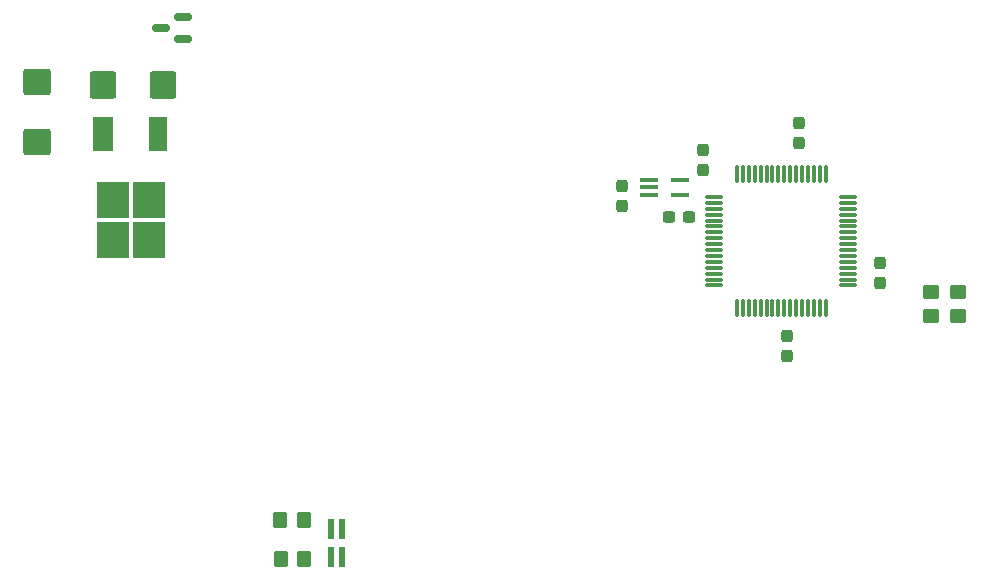
<source format=gbr>
%TF.GenerationSoftware,KiCad,Pcbnew,(6.0.9-0)*%
%TF.CreationDate,2023-01-09T20:35:05+02:00*%
%TF.ProjectId,QE_PCB,51455f50-4342-42e6-9b69-6361645f7063,rev?*%
%TF.SameCoordinates,Original*%
%TF.FileFunction,Paste,Top*%
%TF.FilePolarity,Positive*%
%FSLAX46Y46*%
G04 Gerber Fmt 4.6, Leading zero omitted, Abs format (unit mm)*
G04 Created by KiCad (PCBNEW (6.0.9-0)) date 2023-01-09 20:35:05*
%MOMM*%
%LPD*%
G01*
G04 APERTURE LIST*
G04 Aperture macros list*
%AMRoundRect*
0 Rectangle with rounded corners*
0 $1 Rounding radius*
0 $2 $3 $4 $5 $6 $7 $8 $9 X,Y pos of 4 corners*
0 Add a 4 corners polygon primitive as box body*
4,1,4,$2,$3,$4,$5,$6,$7,$8,$9,$2,$3,0*
0 Add four circle primitives for the rounded corners*
1,1,$1+$1,$2,$3*
1,1,$1+$1,$4,$5*
1,1,$1+$1,$6,$7*
1,1,$1+$1,$8,$9*
0 Add four rect primitives between the rounded corners*
20,1,$1+$1,$2,$3,$4,$5,0*
20,1,$1+$1,$4,$5,$6,$7,0*
20,1,$1+$1,$6,$7,$8,$9,0*
20,1,$1+$1,$8,$9,$2,$3,0*%
G04 Aperture macros list end*
%ADD10RoundRect,0.250000X0.350000X0.450000X-0.350000X0.450000X-0.350000X-0.450000X0.350000X-0.450000X0*%
%ADD11R,0.600000X1.800000*%
%ADD12RoundRect,0.250000X-0.450000X0.350000X-0.450000X-0.350000X0.450000X-0.350000X0.450000X0.350000X0*%
%ADD13RoundRect,0.237500X0.237500X-0.300000X0.237500X0.300000X-0.237500X0.300000X-0.237500X-0.300000X0*%
%ADD14R,2.750000X3.050000*%
%ADD15R,1.600000X3.000000*%
%ADD16R,1.700000X3.000000*%
%ADD17RoundRect,0.250000X-0.875000X-0.925000X0.875000X-0.925000X0.875000X0.925000X-0.875000X0.925000X0*%
%ADD18RoundRect,0.075000X-0.662500X-0.075000X0.662500X-0.075000X0.662500X0.075000X-0.662500X0.075000X0*%
%ADD19RoundRect,0.075000X-0.075000X-0.662500X0.075000X-0.662500X0.075000X0.662500X-0.075000X0.662500X0*%
%ADD20RoundRect,0.237500X-0.237500X0.300000X-0.237500X-0.300000X0.237500X-0.300000X0.237500X0.300000X0*%
%ADD21RoundRect,0.250000X0.925000X-0.875000X0.925000X0.875000X-0.925000X0.875000X-0.925000X-0.875000X0*%
%ADD22RoundRect,0.237500X0.300000X0.237500X-0.300000X0.237500X-0.300000X-0.237500X0.300000X-0.237500X0*%
%ADD23R,1.500000X0.400000*%
%ADD24RoundRect,0.150000X0.587500X0.150000X-0.587500X0.150000X-0.587500X-0.150000X0.587500X-0.150000X0*%
%ADD25RoundRect,0.250000X0.450000X-0.350000X0.450000X0.350000X-0.450000X0.350000X-0.450000X-0.350000X0*%
G04 APERTURE END LIST*
D10*
%TO.C,R4*%
X75692000Y-113538000D03*
X73692000Y-113538000D03*
%TD*%
%TO.C,R3*%
X75676000Y-110236000D03*
X73676000Y-110236000D03*
%TD*%
D11*
%TO.C,D1*%
X77924000Y-113394000D03*
X77924000Y-110994000D03*
X78874000Y-110994000D03*
X78874000Y-113394000D03*
%TD*%
D12*
%TO.C,R2*%
X128778000Y-90948000D03*
X128778000Y-92948000D03*
%TD*%
D13*
%TO.C,C6*%
X117602000Y-78332500D03*
X117602000Y-76607500D03*
%TD*%
D14*
%TO.C,U1*%
X62535800Y-83127400D03*
X62535800Y-86477400D03*
X59485800Y-83127400D03*
X59485800Y-86477400D03*
D15*
X63310800Y-77502400D03*
D16*
X58660800Y-77502400D03*
%TD*%
D17*
%TO.C,C1*%
X58638600Y-73355200D03*
X63738600Y-73355200D03*
%TD*%
D18*
%TO.C,U2*%
X110415500Y-82864000D03*
X110415500Y-83364000D03*
X110415500Y-83864000D03*
X110415500Y-84364000D03*
X110415500Y-84864000D03*
X110415500Y-85364000D03*
X110415500Y-85864000D03*
X110415500Y-86364000D03*
X110415500Y-86864000D03*
X110415500Y-87364000D03*
X110415500Y-87864000D03*
X110415500Y-88364000D03*
X110415500Y-88864000D03*
X110415500Y-89364000D03*
X110415500Y-89864000D03*
X110415500Y-90364000D03*
D19*
X112328000Y-92276500D03*
X112828000Y-92276500D03*
X113328000Y-92276500D03*
X113828000Y-92276500D03*
X114328000Y-92276500D03*
X114828000Y-92276500D03*
X115328000Y-92276500D03*
X115828000Y-92276500D03*
X116328000Y-92276500D03*
X116828000Y-92276500D03*
X117328000Y-92276500D03*
X117828000Y-92276500D03*
X118328000Y-92276500D03*
X118828000Y-92276500D03*
X119328000Y-92276500D03*
X119828000Y-92276500D03*
D18*
X121740500Y-90364000D03*
X121740500Y-89864000D03*
X121740500Y-89364000D03*
X121740500Y-88864000D03*
X121740500Y-88364000D03*
X121740500Y-87864000D03*
X121740500Y-87364000D03*
X121740500Y-86864000D03*
X121740500Y-86364000D03*
X121740500Y-85864000D03*
X121740500Y-85364000D03*
X121740500Y-84864000D03*
X121740500Y-84364000D03*
X121740500Y-83864000D03*
X121740500Y-83364000D03*
X121740500Y-82864000D03*
D19*
X119828000Y-80951500D03*
X119328000Y-80951500D03*
X118828000Y-80951500D03*
X118328000Y-80951500D03*
X117828000Y-80951500D03*
X117328000Y-80951500D03*
X116828000Y-80951500D03*
X116328000Y-80951500D03*
X115828000Y-80951500D03*
X115328000Y-80951500D03*
X114828000Y-80951500D03*
X114328000Y-80951500D03*
X113828000Y-80951500D03*
X113328000Y-80951500D03*
X112828000Y-80951500D03*
X112328000Y-80951500D03*
%TD*%
D20*
%TO.C,C3*%
X116586000Y-96366500D03*
X116586000Y-94641500D03*
%TD*%
%TO.C,C8*%
X102616000Y-81941500D03*
X102616000Y-83666500D03*
%TD*%
D21*
%TO.C,C2*%
X53100000Y-78250000D03*
X53100000Y-73150000D03*
%TD*%
D20*
%TO.C,C4*%
X124460000Y-88445000D03*
X124460000Y-90170000D03*
%TD*%
D22*
%TO.C,C5*%
X108304500Y-84582000D03*
X106579500Y-84582000D03*
%TD*%
D23*
%TO.C,U4*%
X104842000Y-81392000D03*
X104842000Y-82042000D03*
X104842000Y-82692000D03*
X107502000Y-82692000D03*
X107502000Y-81392000D03*
%TD*%
D24*
%TO.C,Q1*%
X65453500Y-69530000D03*
X65453500Y-67630000D03*
X63578500Y-68580000D03*
%TD*%
D25*
%TO.C,R1*%
X131064000Y-92948000D03*
X131064000Y-90948000D03*
%TD*%
D13*
%TO.C,C7*%
X109474000Y-80618500D03*
X109474000Y-78893500D03*
%TD*%
M02*

</source>
